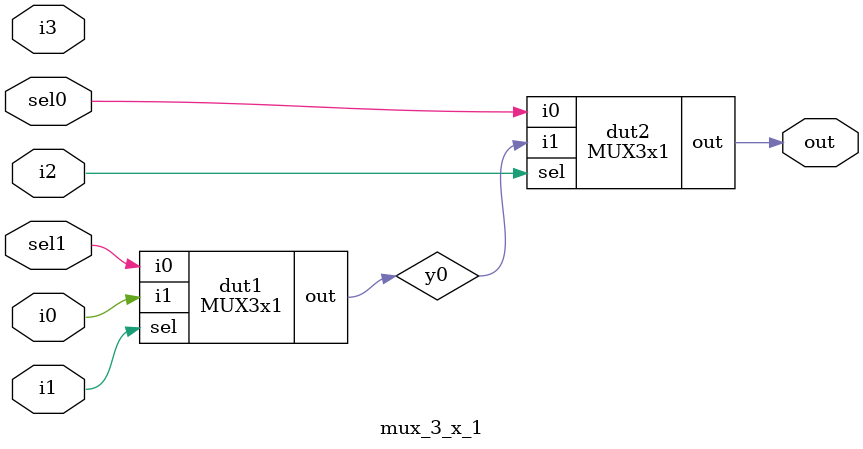
<source format=v>
`timescale 1ns / 1ps


module MUX3x1(input i0,i1,sel,output out);
assign out=sel? i1:i0;
endmodule

module mux_3_x_1(input i0,i1,i2,i3, input sel0,sel1,output  out);
wire y0,y1;

MUX3x1 dut1(sel1,i0,i1,y0);
MUX3x1 dut2(sel0,y0,i2,out);
endmodule

</source>
